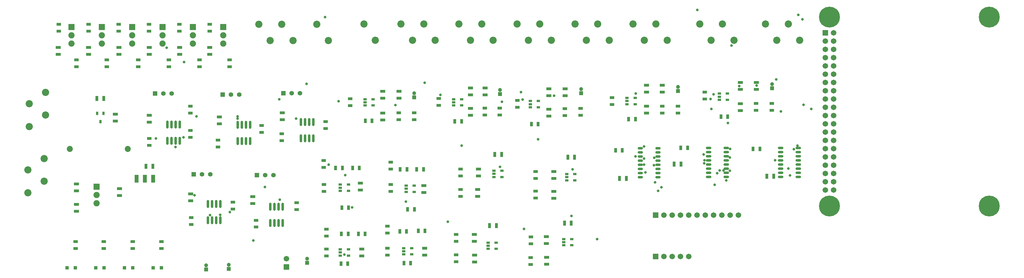
<source format=gbr>
G04 EAGLE Gerber RS-274X export*
G75*
%MOMM*%
%FSLAX34Y34*%
%LPD*%
%INSoldermask Top*%
%IPPOS*%
%AMOC8*
5,1,8,0,0,1.08239X$1,22.5*%
G01*
%ADD10C,6.403200*%
%ADD11C,0.803200*%
%ADD12C,1.703200*%
%ADD13R,1.703200X1.703200*%
%ADD14R,1.403200X1.403200*%
%ADD15C,1.403200*%
%ADD16R,1.453200X0.903200*%
%ADD17C,2.203200*%
%ADD18R,1.903200X1.903200*%
%ADD19C,1.903200*%
%ADD20R,0.803200X1.103200*%
%ADD21R,1.270000X2.362200*%
%ADD22R,0.903200X1.453200*%
%ADD23R,1.016000X1.016000*%
%ADD24R,1.203200X1.203200*%
%ADD25C,1.203200*%
%ADD26R,1.103200X0.803200*%
%ADD27C,1.853200*%
%ADD28R,1.553200X0.953200*%
%ADD29R,0.953200X1.553200*%
%ADD30C,0.803200*%


D10*
X2522474Y811462D03*
X2522474Y231462D03*
X3012474Y231462D03*
X3012474Y811462D03*
D11*
X2209550Y321310D02*
X2200550Y321310D01*
X2200550Y334010D02*
X2209550Y334010D01*
X2209550Y346710D02*
X2200550Y346710D01*
X2200550Y359410D02*
X2209550Y359410D01*
X2209550Y372110D02*
X2200550Y372110D01*
X2200550Y384810D02*
X2209550Y384810D01*
X2209550Y397510D02*
X2200550Y397510D01*
X2200550Y410210D02*
X2209550Y410210D01*
X2155550Y410210D02*
X2146550Y410210D01*
X2146550Y397510D02*
X2155550Y397510D01*
X2155550Y384810D02*
X2146550Y384810D01*
X2146550Y372110D02*
X2155550Y372110D01*
X2155550Y359410D02*
X2146550Y359410D01*
X2146550Y346710D02*
X2155550Y346710D01*
X2155550Y334010D02*
X2146550Y334010D01*
X2146550Y321310D02*
X2155550Y321310D01*
X2421530Y321310D02*
X2430530Y321310D01*
X2430530Y334010D02*
X2421530Y334010D01*
X2421530Y346710D02*
X2430530Y346710D01*
X2430530Y359410D02*
X2421530Y359410D01*
X2421530Y372110D02*
X2430530Y372110D01*
X2430530Y384810D02*
X2421530Y384810D01*
X2421530Y397510D02*
X2430530Y397510D01*
X2430530Y410210D02*
X2421530Y410210D01*
X2376530Y410210D02*
X2367530Y410210D01*
X2367530Y397510D02*
X2376530Y397510D01*
X2376530Y384810D02*
X2367530Y384810D01*
X2367530Y372110D02*
X2376530Y372110D01*
X2376530Y359410D02*
X2367530Y359410D01*
X2367530Y346710D02*
X2376530Y346710D01*
X2376530Y334010D02*
X2367530Y334010D01*
X2367530Y321310D02*
X2376530Y321310D01*
D12*
X2535174Y762762D03*
D13*
X2509774Y762762D03*
D12*
X2535174Y737362D03*
X2509774Y737362D03*
X2535174Y711962D03*
X2509774Y711962D03*
X2535174Y686562D03*
X2509774Y686562D03*
X2535174Y661162D03*
X2509774Y661162D03*
X2535174Y635762D03*
X2509774Y635762D03*
X2535174Y610362D03*
X2509774Y610362D03*
X2535174Y584962D03*
X2509774Y584962D03*
X2535174Y559562D03*
X2509774Y559562D03*
X2535174Y534162D03*
X2509774Y534162D03*
X2535174Y508762D03*
X2509774Y508762D03*
X2535174Y483362D03*
X2509774Y483362D03*
X2535174Y457962D03*
X2509774Y457962D03*
X2535174Y432562D03*
X2509774Y432562D03*
X2535174Y407162D03*
X2509774Y407162D03*
X2535174Y381762D03*
X2509774Y381762D03*
X2535174Y356362D03*
X2509774Y356362D03*
X2535174Y330962D03*
X2509774Y330962D03*
X2535174Y305562D03*
X2509774Y305562D03*
X2535174Y280162D03*
X2509774Y280162D03*
D11*
X2000000Y320675D02*
X1991000Y320675D01*
X1991000Y333375D02*
X2000000Y333375D01*
X2000000Y346075D02*
X1991000Y346075D01*
X1991000Y358775D02*
X2000000Y358775D01*
X2000000Y371475D02*
X1991000Y371475D01*
X1991000Y384175D02*
X2000000Y384175D01*
X2000000Y396875D02*
X1991000Y396875D01*
X1991000Y409575D02*
X2000000Y409575D01*
X1946000Y409575D02*
X1937000Y409575D01*
X1937000Y396875D02*
X1946000Y396875D01*
X1946000Y384175D02*
X1937000Y384175D01*
X1937000Y371475D02*
X1946000Y371475D01*
X1946000Y358775D02*
X1937000Y358775D01*
X1937000Y346075D02*
X1946000Y346075D01*
X1946000Y333375D02*
X1937000Y333375D01*
X1937000Y320675D02*
X1946000Y320675D01*
D13*
X1988820Y76200D03*
D12*
X2014220Y76200D03*
X2039620Y76200D03*
X2065020Y76200D03*
X2090420Y76200D03*
D13*
X1988820Y203200D03*
D12*
X2014220Y203200D03*
X2039620Y203200D03*
X2065020Y203200D03*
X2090420Y203200D03*
X2115820Y203200D03*
X2141220Y203200D03*
X2166620Y203200D03*
X2192020Y203200D03*
X2217420Y203200D03*
X2242820Y203200D03*
D14*
X765810Y325920D03*
D15*
X791210Y325920D03*
X816610Y325920D03*
D14*
X571500Y328930D03*
D15*
X596900Y328930D03*
X622300Y328930D03*
D14*
X847090Y577850D03*
D15*
X872490Y577850D03*
X897890Y577850D03*
D14*
X660400Y573240D03*
D15*
X685800Y573240D03*
X711200Y573240D03*
D16*
X384810Y122260D03*
X384810Y101260D03*
D17*
X63030Y272340D03*
X113030Y307340D03*
X63030Y342340D03*
X113030Y377340D03*
X771450Y789140D03*
X806450Y739140D03*
X841450Y789140D03*
X876450Y739140D03*
X66840Y475540D03*
X116840Y510540D03*
X66840Y545540D03*
X116840Y580540D03*
D18*
X273860Y290830D03*
D19*
X273860Y265430D03*
X273860Y240030D03*
D17*
X1919380Y790410D03*
X1954380Y740410D03*
X1989380Y790410D03*
X2024380Y740410D03*
D14*
X453390Y576580D03*
D15*
X478790Y576580D03*
X504190Y576580D03*
D16*
X561340Y516550D03*
X561340Y537550D03*
X887730Y241780D03*
X887730Y220780D03*
X692150Y242910D03*
X692150Y221910D03*
X976630Y490560D03*
X976630Y469560D03*
X779780Y478940D03*
X779780Y457940D03*
X561340Y463280D03*
X561340Y442281D03*
X762576Y187830D03*
X762576Y166830D03*
X563880Y195920D03*
X563880Y174920D03*
X842010Y453070D03*
X842010Y432070D03*
X646430Y433880D03*
X646430Y412880D03*
X435610Y438490D03*
X435610Y417490D03*
D17*
X949410Y789140D03*
X984410Y739140D03*
D20*
X294590Y515620D03*
X275590Y515620D03*
X285090Y490620D03*
D21*
X447040Y314960D03*
X421640Y314960D03*
X396240Y314960D03*
D16*
X1606550Y136230D03*
X1606550Y115230D03*
X1605280Y72730D03*
X1605280Y51730D03*
X1620520Y336890D03*
X1620520Y315890D03*
X1620520Y277200D03*
X1620520Y256200D03*
X1376680Y143850D03*
X1376680Y122850D03*
X1376680Y81620D03*
X1376680Y60620D03*
X1390650Y344510D03*
X1390650Y323510D03*
X1390650Y282280D03*
X1390650Y261280D03*
D22*
X1044280Y54610D03*
X1023280Y54610D03*
X1237320Y55880D03*
X1216320Y55880D03*
X1045550Y146050D03*
X1024550Y146050D03*
X1224620Y153670D03*
X1203620Y153670D03*
D16*
X979170Y78400D03*
X979170Y99400D03*
X979170Y160360D03*
X979170Y139360D03*
X1165860Y80940D03*
X1165860Y101940D03*
X1165860Y169590D03*
X1165860Y148590D03*
D22*
X1097620Y146050D03*
X1076620Y146050D03*
X1281430Y154940D03*
X1260430Y154940D03*
X1248750Y220980D03*
X1227750Y220980D03*
X1046820Y226060D03*
X1025820Y226060D03*
X1225890Y344170D03*
X1204890Y344170D03*
X1027770Y347980D03*
X1006770Y347980D03*
D16*
X1176020Y276520D03*
X1176020Y297520D03*
X1176020Y366100D03*
X1176020Y345100D03*
X971550Y276520D03*
X971550Y297520D03*
X970280Y371180D03*
X970280Y350180D03*
D22*
X1276690Y344170D03*
X1255690Y344170D03*
X1079840Y347980D03*
X1058840Y347980D03*
D16*
X209550Y101260D03*
X209550Y122260D03*
X472440Y122260D03*
X472440Y101260D03*
X295910Y101260D03*
X295910Y122260D03*
X2139950Y559730D03*
X2139950Y580730D03*
D22*
X2210140Y505460D03*
X2189140Y505460D03*
D16*
X2296890Y546330D03*
X2296890Y525330D03*
X2345150Y525330D03*
X2345150Y546330D03*
X1855130Y543220D03*
X1855130Y564220D03*
D22*
X1926930Y497840D03*
X1905930Y497840D03*
D16*
X1564300Y534330D03*
X1564300Y555330D03*
X2008800Y538050D03*
X2008800Y517050D03*
X2057060Y517050D03*
X2057060Y538050D03*
D22*
X1628480Y482600D03*
X1607480Y482600D03*
D16*
X1710690Y529930D03*
X1710690Y508930D03*
X1758950Y510200D03*
X1758950Y531200D03*
X1323340Y540680D03*
X1323340Y561680D03*
X1051560Y539410D03*
X1051560Y560410D03*
D22*
X1393530Y491490D03*
X1372530Y491490D03*
D16*
X1464619Y531700D03*
X1464619Y510700D03*
X1510210Y510700D03*
X1510210Y531700D03*
D22*
X1118870Y492760D03*
X1097870Y492760D03*
D16*
X1200459Y517230D03*
X1200459Y496230D03*
X1248070Y496230D03*
X1248070Y517230D03*
X620530Y789010D03*
X620530Y768010D03*
X527566Y789010D03*
X527566Y768010D03*
X434602Y789010D03*
X434602Y768010D03*
X681990Y659130D03*
X681990Y680130D03*
X589280Y659130D03*
X589280Y680130D03*
X495300Y659130D03*
X495300Y680130D03*
X341638Y789010D03*
X341638Y768010D03*
X248674Y789010D03*
X248674Y768010D03*
X157480Y789010D03*
X157480Y768010D03*
X401320Y659130D03*
X401320Y680130D03*
X304800Y659130D03*
X304800Y680130D03*
X212090Y659130D03*
X212090Y680130D03*
D22*
X2308946Y406400D03*
X2287946Y406400D03*
X2086950Y410210D03*
X2065950Y410210D03*
X1886798Y402336D03*
X1865798Y402336D03*
D18*
X662480Y781050D03*
D19*
X662480Y755650D03*
X662480Y730250D03*
D18*
X569262Y781050D03*
D19*
X569262Y755650D03*
X569262Y730250D03*
D18*
X476044Y781050D03*
D19*
X476044Y755650D03*
X476044Y730250D03*
D18*
X382826Y781050D03*
D19*
X382826Y755650D03*
X382826Y730250D03*
D18*
X289608Y781050D03*
D19*
X289608Y755650D03*
X289608Y730250D03*
D18*
X196390Y781050D03*
D19*
X196390Y755650D03*
X196390Y730250D03*
D17*
X1741420Y790410D03*
X1776420Y740410D03*
X1811420Y790410D03*
X1846420Y740410D03*
X1563460Y790410D03*
X1598460Y740410D03*
X1633460Y790410D03*
X1668460Y740410D03*
D13*
X855980Y44450D03*
D12*
X855980Y69850D03*
D23*
X182880Y41910D03*
X208280Y41910D03*
X447040Y41910D03*
X472440Y41910D03*
X358987Y41910D03*
X384387Y41910D03*
X270933Y41910D03*
X296333Y41910D03*
D24*
X2345900Y592729D03*
D25*
X2345900Y605429D03*
D24*
X2057810Y584449D03*
D25*
X2057810Y597149D03*
D24*
X1759880Y577850D03*
D25*
X1759880Y590550D03*
D24*
X1510960Y575310D03*
D25*
X1510960Y588010D03*
D24*
X1248410Y565150D03*
D25*
X1248410Y577850D03*
D24*
X919140Y57150D03*
D25*
X919140Y69850D03*
D24*
X679450Y38100D03*
D25*
X679450Y50800D03*
D17*
X1385500Y790410D03*
X1420500Y740410D03*
X1455500Y790410D03*
X1490500Y740410D03*
X1207540Y790410D03*
X1242540Y740410D03*
X1277540Y790410D03*
X1312540Y740410D03*
X1094030Y790410D03*
X1129030Y740410D03*
D24*
X609600Y36830D03*
D25*
X609600Y49530D03*
D26*
X1706880Y130150D03*
X1706880Y120650D03*
X1706880Y111150D03*
X1731880Y111150D03*
X1731880Y130150D03*
X1715970Y329540D03*
X1715970Y320040D03*
X1715970Y310540D03*
X1740970Y310540D03*
X1740970Y329540D03*
X1474670Y119060D03*
X1474670Y109560D03*
X1474670Y100060D03*
X1499670Y100060D03*
X1499670Y119060D03*
X1492450Y339700D03*
X1492450Y330200D03*
X1492450Y320700D03*
X1517450Y320700D03*
X1517450Y339700D03*
X1021280Y98400D03*
X1021280Y88900D03*
X1021280Y79400D03*
X1046280Y79400D03*
X1046280Y98400D03*
X1215590Y102210D03*
X1215590Y92710D03*
X1215590Y83210D03*
X1240590Y83210D03*
X1240590Y102210D03*
X1223210Y293980D03*
X1223210Y284480D03*
X1223210Y274980D03*
X1248210Y274980D03*
X1248210Y293980D03*
X1021480Y297180D03*
X1021480Y287680D03*
X1021480Y278180D03*
X1046480Y278180D03*
X1046480Y297180D03*
D11*
X806450Y187970D02*
X806450Y170970D01*
X819150Y170970D02*
X819150Y187970D01*
X831850Y187970D02*
X831850Y170970D01*
X844550Y170970D02*
X844550Y187970D01*
X844550Y220970D02*
X844550Y237970D01*
X831850Y237970D02*
X831850Y220970D01*
X819150Y220970D02*
X819150Y237970D01*
X806450Y237970D02*
X806450Y220970D01*
X614680Y196860D02*
X614680Y179860D01*
X627380Y179860D02*
X627380Y196860D01*
X640080Y196860D02*
X640080Y179860D01*
X652780Y179860D02*
X652780Y196860D01*
X652780Y229860D02*
X652780Y246860D01*
X640080Y246860D02*
X640080Y229860D01*
X627380Y229860D02*
X627380Y246860D01*
X614680Y246860D02*
X614680Y229860D01*
X900430Y431320D02*
X900430Y448320D01*
X913130Y448320D02*
X913130Y431320D01*
X925830Y431320D02*
X925830Y448320D01*
X938530Y448320D02*
X938530Y431320D01*
X938530Y481320D02*
X938530Y498320D01*
X925830Y498320D02*
X925830Y481320D01*
X913130Y481320D02*
X913130Y498320D01*
X900430Y498320D02*
X900430Y481320D01*
X706120Y439900D02*
X706120Y422900D01*
X718820Y422900D02*
X718820Y439900D01*
X731520Y439900D02*
X731520Y422900D01*
X744220Y422900D02*
X744220Y439900D01*
X744220Y472900D02*
X744220Y489900D01*
X731520Y489900D02*
X731520Y472900D01*
X718820Y472900D02*
X718820Y489900D01*
X706120Y489900D02*
X706120Y472900D01*
X490220Y440700D02*
X490220Y423700D01*
X502920Y423700D02*
X502920Y440700D01*
X515620Y440700D02*
X515620Y423700D01*
X528320Y423700D02*
X528320Y440700D01*
X528320Y473700D02*
X528320Y490700D01*
X515620Y490700D02*
X515620Y473700D01*
X502920Y473700D02*
X502920Y490700D01*
X490220Y490700D02*
X490220Y473700D01*
D26*
X2184060Y576580D03*
X2184060Y567080D03*
X2184060Y557580D03*
X2209060Y557580D03*
X2209060Y576580D03*
X1901050Y563220D03*
X1901050Y553720D03*
X1901050Y544220D03*
X1926050Y544220D03*
X1926050Y563220D03*
X1604070Y553720D03*
X1604070Y544220D03*
X1604070Y534720D03*
X1629070Y534720D03*
X1629070Y553720D03*
X1368920Y559410D03*
X1368920Y549910D03*
X1368920Y540410D03*
X1393920Y540410D03*
X1393920Y559410D03*
X1097140Y559410D03*
X1097140Y549910D03*
X1097140Y540410D03*
X1122140Y540410D03*
X1122140Y559410D03*
D27*
X191770Y406400D03*
X369570Y406400D03*
D28*
X621030Y717890D03*
X621030Y696890D03*
X528066Y717890D03*
X528066Y696890D03*
X435102Y717890D03*
X435102Y696890D03*
X342138Y717890D03*
X342138Y696890D03*
X249174Y717890D03*
X249174Y696890D03*
X156210Y717890D03*
X156210Y696890D03*
X1653540Y137500D03*
X1653540Y116500D03*
X1654810Y53000D03*
X1654810Y74000D03*
X1676400Y336890D03*
X1676400Y315890D03*
X1676400Y254930D03*
X1676400Y275930D03*
D29*
X1730080Y179070D03*
X1709080Y179070D03*
X1740240Y381000D03*
X1719240Y381000D03*
D28*
X1432560Y143850D03*
X1432560Y122850D03*
X1433830Y59350D03*
X1433830Y80350D03*
X1445260Y344510D03*
X1445260Y323510D03*
X1442720Y260940D03*
X1442720Y281940D03*
D29*
X1500210Y171450D03*
X1479210Y171450D03*
X1516380Y389890D03*
X1495380Y389890D03*
D28*
X1087120Y99400D03*
X1087120Y78400D03*
X1280160Y101940D03*
X1280160Y80940D03*
X1277620Y293710D03*
X1277620Y272710D03*
X1083310Y301330D03*
X1083310Y280330D03*
D29*
X295590Y561540D03*
X274590Y561540D03*
D28*
X330810Y513620D03*
X330810Y492620D03*
D29*
X446110Y353060D03*
X425110Y353060D03*
D28*
X344170Y263820D03*
X344170Y284820D03*
X212090Y277790D03*
X212090Y298790D03*
X212090Y215560D03*
X212090Y236560D03*
X753110Y238970D03*
X753110Y259970D03*
X562296Y247860D03*
X562296Y268860D03*
X843594Y496350D03*
X843594Y517350D03*
X435610Y488610D03*
X435610Y509610D03*
X650240Y484000D03*
X650240Y505000D03*
X2297511Y589600D03*
X2297511Y610600D03*
X2248630Y589600D03*
X2248630Y610600D03*
X2248630Y524830D03*
X2248630Y545830D03*
X2009421Y581320D03*
X2009421Y602320D03*
X1960540Y581320D03*
X1960540Y602320D03*
X1710971Y569890D03*
X1710971Y590890D03*
X1960540Y516550D03*
X1960540Y537550D03*
X1660820Y569890D03*
X1660820Y590890D03*
X1660820Y507660D03*
X1660820Y528660D03*
X1465240Y572430D03*
X1465240Y593430D03*
X1201080Y562610D03*
X1201080Y583610D03*
X1420790Y572430D03*
X1420790Y593430D03*
X1151550Y562610D03*
X1151550Y583610D03*
X1420790Y510200D03*
X1420790Y531200D03*
X1151550Y495730D03*
X1151550Y516730D03*
D29*
X2350856Y322834D03*
X2329856Y322834D03*
X2066798Y360172D03*
X2045798Y360172D03*
X1899244Y315722D03*
X1878244Y315722D03*
D17*
X2325930Y790410D03*
X2360930Y740410D03*
X2395930Y790410D03*
X2430930Y740410D03*
X2124000Y790410D03*
X2159000Y740410D03*
X2194000Y790410D03*
X2229000Y740410D03*
D30*
X1677416Y569890D03*
X1927606Y576580D03*
X1328334Y572430D03*
X1190672Y541100D03*
X2170430Y296418D03*
X2216912Y380492D03*
X2221992Y723900D03*
X2217166Y406842D03*
X2395930Y346265D03*
X2413254Y405892D03*
X706120Y506476D03*
X580136Y506476D03*
X754380Y125730D03*
X885952Y500126D03*
X706120Y500126D03*
X2116582Y833120D03*
X652780Y204216D03*
X573734Y264736D03*
X2157730Y560324D03*
X2245614Y599440D03*
X540182Y442506D03*
X621538Y203200D03*
X682752Y212852D03*
X2355850Y372110D03*
X1953111Y376682D03*
X2138426Y372110D03*
X2138172Y362760D03*
X1953006Y358775D03*
X1628480Y436286D03*
X1983740Y356870D03*
X1575562Y581406D03*
X985860Y358140D03*
X2205482Y310134D03*
X1584960Y161036D03*
X2184908Y340868D03*
X1511300Y351790D03*
X1580594Y558244D03*
X1036066Y326390D03*
X2439162Y804672D03*
X2426208Y817880D03*
X1057910Y226822D03*
X1351280Y183134D03*
X1517396Y551434D03*
X2216404Y340060D03*
X1015746Y553466D03*
X2006854Y288798D03*
X1393530Y416982D03*
X1222756Y244856D03*
X1996440Y277622D03*
X2358898Y620014D03*
X2166874Y574040D03*
X2298954Y601726D03*
X2442972Y542290D03*
X789940Y289814D03*
X835406Y250952D03*
X1279906Y609600D03*
X515620Y412496D03*
X455168Y438658D03*
X918210Y606806D03*
X974598Y811530D03*
X2135886Y389890D03*
X2373630Y521462D03*
X1953260Y414274D03*
X2466086Y529590D03*
X2160016Y529590D03*
X542290Y673354D03*
X1734058Y343916D03*
X2178050Y332232D03*
X488442Y717042D03*
X2423668Y417068D03*
X2401570Y325120D03*
X1926844Y383492D03*
X1957324Y334772D03*
X1987550Y304038D03*
X2197100Y340868D03*
X1730502Y200914D03*
X2210308Y486664D03*
X1984248Y379476D03*
X834390Y559308D03*
X1809394Y130150D03*
X1033780Y82550D03*
M02*

</source>
